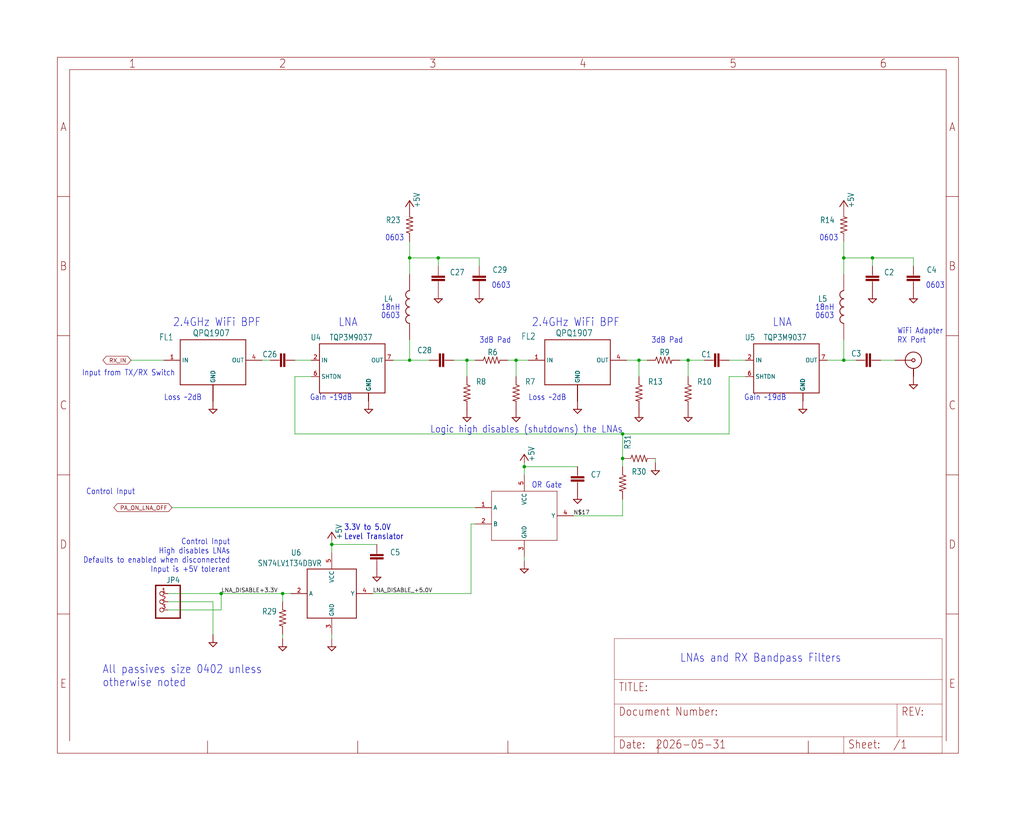
<source format=kicad_sch>
(kicad_sch (version 20231120) (generator "eeschema") (generator_version "8.0")
  (paper "User" 317.5 254.127)
  (lib_symbols
    (symbol "Bidirectional_Amp-eagle-import:+5V" (power)
      (symbol "+5V_1_0"
        (polyline (pts (xy 0 0) (xy -1.27 -1.905)) (stroke (width 0.254)))
        (polyline (pts (xy 1.27 -1.905) (xy 0 0)) (stroke (width 0.254)))
        (pin power_in line (at 0 -2.54 90) (length 2.54) (name "+5V") (number "1"))
      )
    )
    (symbol "Bidirectional_Amp-eagle-import:0603CS-68NXJLW"
      (property "Reference" "L" (at 16.51 6.35 0))
      (symbol "0603CS-68NXJLW_1_0"
        (arc (start 7.62 0) (mid 6.35 1.22) (end 5.08 0) (stroke (width 0.254)))
        (arc (start 10.16 0) (mid 8.89 1.22) (end 7.62 0) (stroke (width 0.254)))
        (arc (start 12.7 0) (mid 11.43 1.22) (end 10.16 0) (stroke (width 0.254)))
        (arc (start 15.24 0) (mid 13.97 1.22) (end 12.7 0) (stroke (width 0.254)))
        (pin bidirectional line (at 0 0 0) (length 5.08) (name "1") (number "1"))
        (pin bidirectional line (at 20.32 0 180) (length 5.08) (name "2") (number "2"))
      )
    )
    (symbol "Bidirectional_Amp-eagle-import:142-0701-851_ALT"
      (symbol "142-0701-851_ALT_1_0"
        (circle (center 0 0) (radius 0.508) (stroke (width 0.254)))
        (circle (center 0 0) (radius 2.54) (stroke (width 0.254)))
        (pin bidirectional line (at 0 -5.08 90) (length 2.54) (name "GND") (number "GND1"))
        (pin bidirectional line (at 0 -5.08 90) (length 2.54) (name "GND") (number "GND2"))
        (pin bidirectional line (at 0 -5.08 90) (length 2.54) (name "GND") (number "GND3"))
        (pin bidirectional line (at 0 -5.08 90) (length 2.54) (name "GND") (number "GND4"))
        (pin bidirectional line (at 5.715 0 180) (length 5.08) (name "CTR") (number "RF1"))
      )
    )
    (symbol "Bidirectional_Amp-eagle-import:C-EU0402-B-NOSILK"
      (property "Reference" "C" (at 1.524 0.381 0))
      (symbol "C-EU0402-B-NOSILK_1_0"
        (rectangle (start -2.032 -2.032) (end 2.032 -1.524) (fill (type outline)))
        (rectangle (start -2.032 -1.016) (end 2.032 -0.508) (fill (type outline)))
        (polyline (pts (xy 0 -2.54) (xy 0 -2.032)) (stroke (width 0.1524)))
        (polyline (pts (xy 0 0) (xy 0 -0.508)) (stroke (width 0.1524)))
        (pin passive line (at 0 2.54 270) (length 2.54) (name "1") (number "1"))
        (pin passive line (at 0 -5.08 90) (length 2.54) (name "2") (number "2"))
      )
    )
    (symbol "Bidirectional_Amp-eagle-import:C-EU0402-C-NOSILK"
      (property "Reference" "C" (at 1.524 0.381 0))
      (symbol "C-EU0402-C-NOSILK_1_0"
        (rectangle (start -2.032 -2.032) (end 2.032 -1.524) (fill (type outline)))
        (rectangle (start -2.032 -1.016) (end 2.032 -0.508) (fill (type outline)))
        (polyline (pts (xy 0 -2.54) (xy 0 -2.032)) (stroke (width 0.1524)))
        (polyline (pts (xy 0 0) (xy 0 -0.508)) (stroke (width 0.1524)))
        (pin passive line (at 0 2.54 270) (length 2.54) (name "1") (number "1"))
        (pin passive line (at 0 -5.08 90) (length 2.54) (name "2") (number "2"))
      )
    )
    (symbol "Bidirectional_Amp-eagle-import:C-EU0603-B-NOSILK"
      (property "Reference" "C" (at 1.524 0.381 0))
      (symbol "C-EU0603-B-NOSILK_1_0"
        (rectangle (start -2.032 -2.032) (end 2.032 -1.524) (fill (type outline)))
        (rectangle (start -2.032 -1.016) (end 2.032 -0.508) (fill (type outline)))
        (polyline (pts (xy 0 -2.54) (xy 0 -2.032)) (stroke (width 0.1524)))
        (polyline (pts (xy 0 0) (xy 0 -0.508)) (stroke (width 0.1524)))
        (pin passive line (at 0 2.54 270) (length 2.54) (name "1") (number "1"))
        (pin passive line (at 0 -5.08 90) (length 2.54) (name "2") (number "2"))
      )
    )
    (symbol "Bidirectional_Amp-eagle-import:FRAME_A_L"
      (symbol "FRAME_A_L_1_0"
        (polyline (pts (xy 0 43.18) (xy 3.81 43.18)))
        (polyline (pts (xy 0 86.36) (xy 3.81 86.36)))
        (polyline (pts (xy 0 129.54) (xy 3.81 129.54)))
        (polyline (pts (xy 0 172.72) (xy 3.81 172.72)))
        (polyline (pts (xy 3.81 3.81) (xy 3.81 212.09)))
        (polyline (pts (xy 46.5667 0) (xy 46.5667 3.81)))
        (polyline (pts (xy 93.1333 0) (xy 93.1333 3.81)))
        (polyline (pts (xy 139.7 0) (xy 139.7 3.81)))
        (polyline (pts (xy 186.2667 0) (xy 186.2667 3.81)))
        (polyline (pts (xy 232.8333 0) (xy 232.8333 3.81)))
        (polyline (pts (xy 275.59 3.81) (xy 275.59 212.09)))
        (polyline (pts (xy 275.59 43.18) (xy 279.4 43.18)))
        (polyline (pts (xy 275.59 86.36) (xy 279.4 86.36)))
        (polyline (pts (xy 275.59 129.54) (xy 279.4 129.54)))
        (polyline (pts (xy 275.59 172.72) (xy 279.4 172.72)))
        (polyline (pts (xy 275.59 212.09) (xy 3.81 212.09)))
        (polyline (pts (xy 0 0) (xy 279.4 0) (xy 279.4 215.9) (xy 0 215.9) (xy 0 0)))
        (text "1" (at 23.2833 213.995 0) (effects (font (size 2.54 2.286))))
        (text "2" (at 69.85 213.995 0) (effects (font (size 2.54 2.286))))
        (text "3" (at 116.4167 213.995 0) (effects (font (size 2.54 2.286))))
        (text "4" (at 162.9833 213.995 0) (effects (font (size 2.54 2.286))))
        (text "5" (at 209.55 213.995 0) (effects (font (size 2.54 2.286))))
        (text "6" (at 256.1167 213.995 0) (effects (font (size 2.54 2.286))))
        (text "A" (at 1.905 194.31 0) (effects (font (size 2.54 2.286))))
        (text "A" (at 277.495 194.31 0) (effects (font (size 2.54 2.286))))
        (text "B" (at 1.905 151.13 0) (effects (font (size 2.54 2.286))))
        (text "B" (at 277.495 151.13 0) (effects (font (size 2.54 2.286))))
        (text "C" (at 1.905 107.95 0) (effects (font (size 2.54 2.286))))
        (text "C" (at 277.495 107.95 0) (effects (font (size 2.54 2.286))))
        (text "D" (at 1.905 64.77 0) (effects (font (size 2.54 2.286))))
        (text "D" (at 277.495 64.77 0) (effects (font (size 2.54 2.286))))
        (text "E" (at 1.905 21.59 0) (effects (font (size 2.54 2.286))))
        (text "E" (at 277.495 21.59 0) (effects (font (size 2.54 2.286))))
      )
      (symbol "FRAME_A_L_2_0"
        (polyline (pts (xy 0 0) (xy 0 5.08)) (stroke (width 0.1016)))
        (polyline (pts (xy 0 0) (xy 71.12 0)) (stroke (width 0.1016)))
        (polyline (pts (xy 0 5.08) (xy 0 15.24)) (stroke (width 0.1016)))
        (polyline (pts (xy 0 5.08) (xy 71.12 5.08)) (stroke (width 0.1016)))
        (polyline (pts (xy 0 15.24) (xy 0 22.86)) (stroke (width 0.1016)))
        (polyline (pts (xy 0 22.86) (xy 0 35.56)) (stroke (width 0.1016)))
        (polyline (pts (xy 0 22.86) (xy 101.6 22.86)) (stroke (width 0.1016)))
        (polyline (pts (xy 71.12 0) (xy 101.6 0)) (stroke (width 0.1016)))
        (polyline (pts (xy 71.12 5.08) (xy 71.12 0)) (stroke (width 0.1016)))
        (polyline (pts (xy 71.12 5.08) (xy 87.63 5.08)) (stroke (width 0.1016)))
        (polyline (pts (xy 87.63 5.08) (xy 101.6 5.08)) (stroke (width 0.1016)))
        (polyline (pts (xy 87.63 15.24) (xy 0 15.24)) (stroke (width 0.1016)))
        (polyline (pts (xy 87.63 15.24) (xy 87.63 5.08)) (stroke (width 0.1016)))
        (polyline (pts (xy 101.6 5.08) (xy 101.6 0)) (stroke (width 0.1016)))
        (polyline (pts (xy 101.6 15.24) (xy 87.63 15.24)) (stroke (width 0.1016)))
        (polyline (pts (xy 101.6 15.24) (xy 101.6 5.08)) (stroke (width 0.1016)))
        (polyline (pts (xy 101.6 22.86) (xy 101.6 15.24)) (stroke (width 0.1016)))
        (polyline (pts (xy 101.6 35.56) (xy 0 35.56)) (stroke (width 0.1016)))
        (polyline (pts (xy 101.6 35.56) (xy 101.6 22.86)) (stroke (width 0.1016)))
        (text "${#}/${##}" (at 86.36 1.27 0) (effects (font (size 2.54 2.159)) (justify left bottom)))
        (text "${CURRENT_DATE}" (at 12.7 1.27 0) (effects (font (size 2.54 2.159)) (justify left bottom)))
        (text "${PROJECTNAME}" (at 17.78 19.05 0) (effects (font (size 2.54 2.159)) (justify left bottom)))
        (text "Date:" (at 1.27 1.27 0) (effects (font (size 2.54 2.159)) (justify left bottom)))
        (text "Document Number:" (at 1.27 11.43 0) (effects (font (size 2.54 2.159)) (justify left bottom)))
        (text "REV:" (at 88.9 11.43 0) (effects (font (size 2.54 2.159)) (justify left bottom)))
        (text "Sheet:" (at 72.39 1.27 0) (effects (font (size 2.54 2.159)) (justify left bottom)))
        (text "TITLE:" (at 1.27 19.05 0) (effects (font (size 2.54 2.159)) (justify left bottom)))
      )
    )
    (symbol "Bidirectional_Amp-eagle-import:GND" (power)
      (symbol "GND_1_0"
        (polyline (pts (xy -1.27 0) (xy 1.27 0)) (stroke (width 0.254)))
        (polyline (pts (xy 0 -1.27) (xy -1.27 0)) (stroke (width 0.254)))
        (polyline (pts (xy 1.27 0) (xy 0 -1.27)) (stroke (width 0.254)))
        (pin power_in line (at 0 2.54 270) (length 2.54) (name "GND") (number "1"))
      )
    )
    (symbol "Bidirectional_Amp-eagle-import:PINHD-1X3"
      (property "Reference" "JP" (at -6.35 5.715 0))
      (symbol "PINHD-1X3_1_0"
        (polyline (pts (xy -6.35 -5.08) (xy 1.27 -5.08)) (stroke (width 0.4064)))
        (polyline (pts (xy -6.35 5.08) (xy -6.35 -5.08)) (stroke (width 0.4064)))
        (polyline (pts (xy 1.27 -5.08) (xy 1.27 5.08)) (stroke (width 0.4064)))
        (polyline (pts (xy 1.27 5.08) (xy -6.35 5.08)) (stroke (width 0.4064)))
        (pin passive inverted (at -2.54 2.54 0) (length 2.54) (name "1") (number "1"))
        (pin passive inverted (at -2.54 0 0) (length 2.54) (name "2") (number "2"))
        (pin passive inverted (at -2.54 -2.54 0) (length 2.54) (name "3") (number "3"))
      )
    )
    (symbol "Bidirectional_Amp-eagle-import:QPQ1907"
      (property "Reference" "FL" (at -20.32 7.62 0))
      (symbol "QPQ1907_1_0"
        (polyline (pts (xy -10.16 -7.62) (xy -10.16 6.35)) (stroke (width 0.254)))
        (polyline (pts (xy -10.16 6.35) (xy 10.16 6.35)) (stroke (width 0.254)))
        (polyline (pts (xy 10.16 -7.62) (xy -10.16 -7.62)) (stroke (width 0.254)))
        (polyline (pts (xy 10.16 6.35) (xy 10.16 -7.62)) (stroke (width 0.254)))
        (pin passive line (at -15.24 0 0) (length 5.08) (name "IN") (number "1"))
        (pin power_in line (at 0 -12.7 90) (length 5.08) (name "GND") (number "2"))
        (pin power_in line (at 0 -12.7 90) (length 5.08) (name "GND") (number "3"))
        (pin passive line (at 15.24 0 180) (length 5.08) (name "OUT") (number "4"))
        (pin power_in line (at 0 -12.7 90) (length 5.08) (name "GND") (number "5"))
      )
    )
    (symbol "Bidirectional_Amp-eagle-import:R-US_0402-B-NOSILK"
      (property "Reference" "R" (at -3.81 1.4986 0))
      (symbol "R-US_0402-B-NOSILK_1_0"
        (polyline (pts (xy -2.54 0) (xy -2.159 1.016)) (stroke (width 0.2032)))
        (polyline (pts (xy -2.159 1.016) (xy -1.524 -1.016)) (stroke (width 0.2032)))
        (polyline (pts (xy -1.524 -1.016) (xy -0.889 1.016)) (stroke (width 0.2032)))
        (polyline (pts (xy -0.889 1.016) (xy -0.254 -1.016)) (stroke (width 0.2032)))
        (polyline (pts (xy -0.254 -1.016) (xy 0.381 1.016)) (stroke (width 0.2032)))
        (polyline (pts (xy 0.381 1.016) (xy 1.016 -1.016)) (stroke (width 0.2032)))
        (polyline (pts (xy 1.016 -1.016) (xy 1.651 1.016)) (stroke (width 0.2032)))
        (polyline (pts (xy 1.651 1.016) (xy 2.286 -1.016)) (stroke (width 0.2032)))
        (polyline (pts (xy 2.286 -1.016) (xy 2.54 0)) (stroke (width 0.2032)))
        (pin passive line (at -5.08 0 0) (length 2.54) (name "1") (number "1"))
        (pin passive line (at 5.08 0 180) (length 2.54) (name "2") (number "2"))
      )
    )
    (symbol "Bidirectional_Amp-eagle-import:R-US_0402-C-NOSILK"
      (property "Reference" "R" (at -3.81 1.4986 0))
      (symbol "R-US_0402-C-NOSILK_1_0"
        (polyline (pts (xy -2.54 0) (xy -2.159 1.016)) (stroke (width 0.2032)))
        (polyline (pts (xy -2.159 1.016) (xy -1.524 -1.016)) (stroke (width 0.2032)))
        (polyline (pts (xy -1.524 -1.016) (xy -0.889 1.016)) (stroke (width 0.2032)))
        (polyline (pts (xy -0.889 1.016) (xy -0.254 -1.016)) (stroke (width 0.2032)))
        (polyline (pts (xy -0.254 -1.016) (xy 0.381 1.016)) (stroke (width 0.2032)))
        (polyline (pts (xy 0.381 1.016) (xy 1.016 -1.016)) (stroke (width 0.2032)))
        (polyline (pts (xy 1.016 -1.016) (xy 1.651 1.016)) (stroke (width 0.2032)))
        (polyline (pts (xy 1.651 1.016) (xy 2.286 -1.016)) (stroke (width 0.2032)))
        (polyline (pts (xy 2.286 -1.016) (xy 2.54 0)) (stroke (width 0.2032)))
        (pin passive line (at -5.08 0 0) (length 2.54) (name "1") (number "1"))
        (pin passive line (at 5.08 0 180) (length 2.54) (name "2") (number "2"))
      )
    )
    (symbol "Bidirectional_Amp-eagle-import:R-US_0603-B-NOSILK"
      (property "Reference" "R" (at -3.81 1.4986 0))
      (symbol "R-US_0603-B-NOSILK_1_0"
        (polyline (pts (xy -2.54 0) (xy -2.159 1.016)) (stroke (width 0.2032)))
        (polyline (pts (xy -2.159 1.016) (xy -1.524 -1.016)) (stroke (width 0.2032)))
        (polyline (pts (xy -1.524 -1.016) (xy -0.889 1.016)) (stroke (width 0.2032)))
        (polyline (pts (xy -0.889 1.016) (xy -0.254 -1.016)) (stroke (width 0.2032)))
        (polyline (pts (xy -0.254 -1.016) (xy 0.381 1.016)) (stroke (width 0.2032)))
        (polyline (pts (xy 0.381 1.016) (xy 1.016 -1.016)) (stroke (width 0.2032)))
        (polyline (pts (xy 1.016 -1.016) (xy 1.651 1.016)) (stroke (width 0.2032)))
        (polyline (pts (xy 1.651 1.016) (xy 2.286 -1.016)) (stroke (width 0.2032)))
        (polyline (pts (xy 2.286 -1.016) (xy 2.54 0)) (stroke (width 0.2032)))
        (pin passive line (at -5.08 0 0) (length 2.54) (name "1") (number "1"))
        (pin passive line (at 5.08 0 180) (length 2.54) (name "2") (number "2"))
      )
    )
    (symbol "Bidirectional_Amp-eagle-import:SN74LV1T34DBVR"
      (property "Reference" "U" (at 8.89 10.16 0))
      (symbol "SN74LV1T34DBVR_1_0"
        (polyline (pts (xy -7.62 7.62) (xy -7.62 -7.62)) (stroke (width 0.254)))
        (polyline (pts (xy -7.62 7.62) (xy 7.62 7.62)) (stroke (width 0.254)))
        (polyline (pts (xy 7.62 -7.62) (xy -7.62 -7.62)) (stroke (width 0.254)))
        (polyline (pts (xy 7.62 -7.62) (xy 7.62 7.62)) (stroke (width 0.254)))
        (pin bidirectional line (at -12.7 0 0) (length 5.08) (name "A") (number "2"))
        (pin bidirectional line (at 0 -12.7 90) (length 5.08) (name "GND") (number "3"))
        (pin bidirectional line (at 12.7 0 180) (length 5.08) (name "Y") (number "4"))
        (pin bidirectional line (at 0 12.7 270) (length 5.08) (name "VCC") (number "5"))
      )
    )
    (symbol "Bidirectional_Amp-eagle-import:SN74LVC1G32DBVR"
      (symbol "SN74LVC1G32DBVR_1_0"
        (polyline (pts (xy 15.24 -10.16) (xy 35.56 -10.16)) (stroke (width 0.1524)))
        (polyline (pts (xy 15.24 5.08) (xy 15.24 -10.16)) (stroke (width 0.1524)))
        (polyline (pts (xy 35.56 -10.16) (xy 35.56 5.08)) (stroke (width 0.1524)))
        (polyline (pts (xy 35.56 5.08) (xy 15.24 5.08)) (stroke (width 0.1524)))
        (pin input line (at 10.16 0 0) (length 5.08) (name "A") (number "1"))
        (pin input line (at 10.16 -5.08 0) (length 5.08) (name "B") (number "2"))
        (pin power_in line (at 25.4 -15.24 90) (length 5.08) (name "GND") (number "3"))
        (pin output line (at 40.64 -2.54 180) (length 5.08) (name "Y") (number "4"))
        (pin power_in line (at 25.4 10.16 270) (length 5.08) (name "VCC") (number "5"))
      )
    )
    (symbol "Bidirectional_Amp-eagle-import:TQP3M903X"
      (property "Reference" "U" (at 10.16 -10.16 0))
      (symbol "TQP3M903X_1_0"
        (polyline (pts (xy -10.16 -7.62) (xy 10.16 -7.62)) (stroke (width 0.254)))
        (polyline (pts (xy -10.16 7.62) (xy -10.16 -7.62)) (stroke (width 0.254)))
        (polyline (pts (xy 10.16 -7.62) (xy 10.16 7.62)) (stroke (width 0.254)))
        (polyline (pts (xy 10.16 7.62) (xy -10.16 7.62)) (stroke (width 0.254)))
        (pin power_in line (at 5.08 -10.16 90) (length 2.54) (name "GND") (number "1"))
        (pin input line (at -12.7 2.54 0) (length 2.54) (name "IN") (number "2"))
        (pin power_in line (at 5.08 -10.16 90) (length 2.54) (name "GND") (number "3"))
        (pin power_in line (at 5.08 -10.16 90) (length 2.54) (name "GND") (number "4"))
        (pin power_in line (at 5.08 -10.16 90) (length 2.54) (name "GND") (number "5"))
        (pin input line (at -12.7 -2.54 0) (length 2.54) (name "SHTDN") (number "6"))
        (pin output line (at 12.7 2.54 180) (length 2.54) (name "OUT") (number "7"))
        (pin power_in line (at 5.08 -10.16 90) (length 2.54) (name "GND") (number "8"))
        (pin power_in line (at 5.08 -10.16 90) (length 2.54) (name "GND") (number "PAD"))
      )
    )
  )
  (junction (at 261.62 80.01))
  (junction (at 160.02 111.76))
  (junction (at 102.87 168.91))
  (junction (at 213.36 111.76))
  (junction (at 261.62 111.76))
  (junction (at 198.12 111.76))
  (junction (at 144.78 111.76))
  (junction (at 270.51 80.01))
  (junction (at 162.56 144.78))
  (junction (at 127 111.76))
  (junction (at 127 80.01))
  (junction (at 68.58 184.15))
  (junction (at 193.04 134.62))
  (junction (at 193.04 142.24))
  (junction (at 87.63 184.15))
  (junction (at 135.89 80.01))
  (wire (pts (xy 193.04 160.02) (xy 193.04 154.94)) (stroke (width 0.1524)))
  (wire (pts (xy 102.87 198.12) (xy 102.87 196.85)) (stroke (width 0.1524)))
  (wire (pts (xy 270.51 82.55) (xy 270.51 80.01)) (stroke (width 0.1524)))
  (wire (pts (xy 231.14 116.84) (xy 226.06 116.84)) (stroke (width 0.1524)))
  (wire (pts (xy 210.82 111.76) (xy 213.36 111.76)) (stroke (width 0.1524)))
  (wire (pts (xy 198.12 116.84) (xy 198.12 111.76)) (stroke (width 0.1524)))
  (wire (pts (xy 160.02 116.84) (xy 160.02 111.76)) (stroke (width 0.1524)))
  (wire (pts (xy 121.92 111.76) (xy 127 111.76)) (stroke (width 0.1524)))
  (wire (pts (xy 144.78 111.76) (xy 147.32 111.76)) (stroke (width 0.1524)))
  (wire (pts (xy 87.63 184.15) (xy 87.63 186.69)) (stroke (width 0.1524)))
  (wire (pts (xy 226.06 111.76) (xy 231.14 111.76)) (stroke (width 0.1524)))
  (wire (pts (xy 135.89 82.55) (xy 135.89 80.01)) (stroke (width 0.1524)))
  (wire (pts (xy 135.89 80.01) (xy 127 80.01)) (stroke (width 0.1524)))
  (wire (pts (xy 66.04 186.69) (xy 66.04 196.85)) (stroke (width 0.1524)))
  (wire (pts (xy 148.59 80.01) (xy 135.89 80.01)) (stroke (width 0.1524)))
  (wire (pts (xy 270.51 80.01) (xy 261.62 80.01)) (stroke (width 0.1524)))
  (wire (pts (xy 256.54 111.76) (xy 261.62 111.76)) (stroke (width 0.1524)))
  (wire (pts (xy 283.21 80.01) (xy 270.51 80.01)) (stroke (width 0.1524)))
  (wire (pts (xy 91.44 134.62) (xy 193.04 134.62)) (stroke (width 0.1524)))
  (wire (pts (xy 148.59 82.55) (xy 148.59 80.01)) (stroke (width 0.1524)))
  (wire (pts (xy 50.8 111.76) (xy 40.64 111.76)) (stroke (width 0.1524)))
  (wire (pts (xy 162.56 143.51) (xy 162.56 144.78)) (stroke (width 0.1524)))
  (wire (pts (xy 273.05 111.76) (xy 277.495 111.76)) (stroke (width 0.1524)))
  (wire (pts (xy 261.62 105.41) (xy 261.62 111.76)) (stroke (width 0.1524)))
  (wire (pts (xy 162.56 144.78) (xy 179.07 144.78)) (stroke (width 0.1524)))
  (wire (pts (xy 162.56 147.32) (xy 162.56 144.78)) (stroke (width 0.1524)))
  (wire (pts (xy 53.34 157.48) (xy 147.32 157.48)) (stroke (width 0.1524)))
  (wire (pts (xy 52.07 184.15) (xy 68.58 184.15)) (stroke (width 0.1524)))
  (wire (pts (xy 144.78 116.84) (xy 144.78 111.76)) (stroke (width 0.1524)))
  (wire (pts (xy 127 111.76) (xy 133.096 111.76)) (stroke (width 0.1524)))
  (wire (pts (xy 91.44 116.84) (xy 91.44 134.62)) (stroke (width 0.1524)))
  (wire (pts (xy 194.31 111.76) (xy 198.12 111.76)) (stroke (width 0.1524)))
  (wire (pts (xy 90.17 184.15) (xy 87.63 184.15)) (stroke (width 0.1524)))
  (wire (pts (xy 261.62 111.76) (xy 265.43 111.76)) (stroke (width 0.1524)))
  (wire (pts (xy 261.62 74.93) (xy 261.62 80.01)) (stroke (width 0.1524)))
  (wire (pts (xy 193.04 134.62) (xy 226.06 134.62)) (stroke (width 0.1524)))
  (wire (pts (xy 213.36 116.84) (xy 213.36 111.76)) (stroke (width 0.1524)))
  (wire (pts (xy 261.62 80.01) (xy 261.62 85.09)) (stroke (width 0.1524)))
  (wire (pts (xy 52.07 186.69) (xy 66.04 186.69)) (stroke (width 0.1524)))
  (wire (pts (xy 102.87 171.45) (xy 102.87 168.91)) (stroke (width 0.1524)))
  (wire (pts (xy 127 74.93) (xy 127 80.01)) (stroke (width 0.1524)))
  (wire (pts (xy 193.04 144.78) (xy 193.04 142.24)) (stroke (width 0.1524)))
  (wire (pts (xy 162.56 172.72) (xy 162.56 173.99)) (stroke (width 0.1524)))
  (wire (pts (xy 127 105.41) (xy 127 111.76)) (stroke (width 0.1524)))
  (wire (pts (xy 87.63 198.12) (xy 87.63 196.85)) (stroke (width 0.1524)))
  (wire (pts (xy 226.06 134.62) (xy 226.06 116.84)) (stroke (width 0.1524)))
  (wire (pts (xy 146.05 184.15) (xy 146.05 162.56)) (stroke (width 0.1524)))
  (wire (pts (xy 203.2 143.51) (xy 203.2 142.24)) (stroke (width 0.1524)))
  (wire (pts (xy 96.52 116.84) (xy 91.44 116.84)) (stroke (width 0.1524)))
  (wire (pts (xy 177.8 160.02) (xy 193.04 160.02)) (stroke (width 0.1524)))
  (wire (pts (xy 68.58 189.23) (xy 68.58 184.15)) (stroke (width 0.1524)))
  (wire (pts (xy 146.05 162.56) (xy 147.32 162.56)) (stroke (width 0.1524)))
  (wire (pts (xy 193.04 142.24) (xy 193.04 134.62)) (stroke (width 0.1524)))
  (wire (pts (xy 213.36 111.76) (xy 218.44 111.76)) (stroke (width 0.1524)))
  (wire (pts (xy 160.02 111.76) (xy 163.83 111.76)) (stroke (width 0.1524)))
  (wire (pts (xy 102.87 168.91) (xy 116.84 168.91)) (stroke (width 0.1524)))
  (wire (pts (xy 115.57 184.15) (xy 146.05 184.15)) (stroke (width 0.1524)))
  (wire (pts (xy 91.44 111.76) (xy 96.52 111.76)) (stroke (width 0.1524)))
  (wire (pts (xy 52.07 189.23) (xy 68.58 189.23)) (stroke (width 0.1524)))
  (wire (pts (xy 157.48 111.76) (xy 160.02 111.76)) (stroke (width 0.1524)))
  (wire (pts (xy 83.82 111.76) (xy 81.28 111.76)) (stroke (width 0.1524)))
  (wire (pts (xy 68.58 184.15) (xy 87.63 184.15)) (stroke (width 0.1524)))
  (wire (pts (xy 283.21 82.55) (xy 283.21 80.01)) (stroke (width 0.1524)))
  (wire (pts (xy 198.12 111.76) (xy 200.66 111.76)) (stroke (width 0.1524)))
  (wire (pts (xy 140.716 111.76) (xy 144.78 111.76)) (stroke (width 0.1524)))
  (wire (pts (xy 127 80.01) (xy 127 85.09)) (stroke (width 0.1524)))
  (wire (pts (xy 102.87 167.64) (xy 102.87 168.91)) (stroke (width 0.1524)))
  (text "3dB Pad" (at 201.93 106.68 0) (effects (font (size 1.778 1.5113)) (justify left bottom)))
  (text "18nH" (at 118.11 96.52 0) (effects (font (size 1.778 1.5113)) (justify left bottom)))
  (text "LNA" (at 104.902 101.6 0) (effects (font (size 2.54 2.159)) (justify left bottom)))
  (text "3.3V to 5.0V\nLevel Translator" (at 106.68 167.64 0) (effects (font (size 1.778 1.5113)) (justify left bottom)))
  (text "0603" (at 254 74.93 0) (effects (font (size 1.778 1.5113)) (justify left bottom)))
  (text "Gain ~19dB" (at 109.22 124.46 0) (effects (font (size 1.778 1.5113)) (justify right bottom)))
  (text "LNA" (at 239.522 101.6 0) (effects (font (size 2.54 2.159)) (justify left bottom)))
  (text "Loss ~2dB" (at 163.83 124.46 0) (effects (font (size 1.778 1.5113)) (justify left bottom)))
  (text "LNAs and RX Bandpass Filters" (at 210.82 205.74 0) (effects (font (size 2.54 2.159)) (justify left bottom)))
  (text "0603" (at 287.02 89.662 0) (effects (font (size 1.778 1.5113)) (justify left bottom)))
  (text "0603" (at 152.4 89.662 0) (effects (font (size 1.778 1.5113)) (justify left bottom)))
  (text "Control Input" (at 26.67 153.67 0) (effects (font (size 1.778 1.5113)) (justify left bottom)))
  (text "2.4GHz WiFi BPF" (at 53.594 101.6 0) (effects (font (size 2.54 2.159)) (justify left bottom)))
  (text "0603" (at 252.73 99.06 0) (effects (font (size 1.778 1.5113)) (justify left bottom)))
  (text "OR Gate" (at 164.846 151.638 0) (effects (font (size 1.778 1.5113)) (justify left bottom)))
  (text "Logic high disables (shutdowns) the LNAs" (at 133.35 134.62 0) (effects (font (size 2.1844 1.8567)) (justify left bottom)))
  (text "18nH" (at 252.73 96.52 0) (effects (font (size 1.778 1.5113)) (justify left bottom)))
  (text "3.3V to 5.0V\nLevel Translator" (at 106.68 167.64 0) (effects (font (size 1.778 1.5113)) (justify left bottom)))
  (text "All passives size 0402 unless\notherwise noted" (at 31.75 213.36 0) (effects (font (size 2.54 2.159)) (justify left bottom)))
  (text "Input from TX/RX Switch" (at 25.4 116.84 0) (effects (font (size 1.778 1.5113)) (justify left bottom)))
  (text "Loss ~2dB" (at 50.8 124.46 0) (effects (font (size 1.778 1.5113)) (justify left bottom)))
  (text "Gain ~19dB" (at 243.84 124.46 0) (effects (font (size 1.778 1.5113)) (justify right bottom)))
  (text "0603" (at 119.38 74.93 0) (effects (font (size 1.778 1.5113)) (justify left bottom)))
  (text "Control Input\nHigh disables LNAs\nDefaults to enabled when disconnected\nInput is +5V tolerant" (at 71.374 177.8 0) (effects (font (size 1.778 1.5113)) (justify right bottom)))
  (text "WiFi Adapter\nRX Port" (at 278.13 106.68 0) (effects (font (size 1.778 1.5113)) (justify left bottom)))
  (text "2.4GHz WiFi BPF" (at 164.846 101.6 0) (effects (font (size 2.54 2.159)) (justify left bottom)))
  (text "0603" (at 118.11 99.06 0) (effects (font (size 1.778 1.5113)) (justify left bottom)))
  (text "3dB Pad" (at 148.59 106.68 0) (effects (font (size 1.778 1.5113)) (justify left bottom)))
  (label "N$17" (at 177.8 160.02 0) (effects (font (size 1.2446 1.2446))))
  (label "LNA_DISABLE+3.3V" (at 68.58 184.15 0) (effects (font (size 1.2446 1.2446))))
  (label "LNA_DISABLE_+5.0V" (at 115.57 184.15 0) (effects (font (size 1.2446 1.2446))))
  (global_label "PA_ON_LNA_OFF" (shape bidirectional) (at 53.34 157.48 180) (effects (font (size 1.2446 1.2446))) (property "Intersheetrefs" "${INTERSHEET_REFS}" (effects (hide yes))))
  (global_label "RX_IN" (shape bidirectional) (at 40.64 111.76 180) (effects (font (size 1.2446 1.2446))) (property "Intersheetrefs" "${INTERSHEET_REFS}" (effects (hide yes))))
  (symbol (lib_id "Bidirectional_Amp-eagle-import:R-US_0402-B-NOSILK") (at 198.12 142.24 0) (unit 1)
    (property "Reference" "R31" (at 195.58 139.4714 90) (effects (font (size 1.778 1.5113)) (justify left bottom)))
    (property "Value" "R-US_0402-B-NOSILK" (effects (hide yes)))
    (property "Footprint" "Bidirectional_Amp:.0402-B-NOSILK" (effects (hide yes)))
    (property "MFR" "Panasonic" (effects (hide yes)))
    (property "MPN" "ERJ-2RKF2940X" (effects (hide yes)))
  )
  (symbol (lib_id "Bidirectional_Amp-eagle-import:TQP3M903X") (at 243.84 114.3 0) (unit 1)
    (property "Reference" "U5" (at 230.886 105.664 0) (effects (font (size 1.778 1.5113)) (justify left bottom)))
    (property "Value" "TQP3M9037" (at 236.728 105.664 0) (effects (font (size 1.778 1.5113)) (justify left bottom)))
    (property "Footprint" "Bidirectional_Amp:DFN8-2X2-WITH-PAD" (effects (hide yes)))
    (property "MFR" "Qorvo" (effects (hide yes)))
    (property "MPN" "TQP3M9037 " (effects (hide yes)))
  )
  (symbol (lib_id "Bidirectional_Amp-eagle-import:FRAME_A_L") (at 190.5 233.68 0) (unit 2)
    (property "Reference" "#FRAME4" (effects (hide yes)))
    (property "Value" "FRAME_A_L" (effects (hide yes)))
  )
  (symbol (lib_id "Bidirectional_Amp-eagle-import:SN74LVC1G32DBVR") (at 137.16 157.48 0) (unit 1)
    (property "Reference" "U12" (effects (hide yes)))
    (property "Value" "SN74LVC1G32DBVR" (effects (hide yes)))
    (property "Footprint" "Bidirectional_Amp:DBV5" (effects (hide yes)))
  )
  (symbol (lib_id "Bidirectional_Amp-eagle-import:GND") (at 179.07 127 0) (unit 1)
    (property "Reference" "#SUPPLY49" (effects (hide yes)))
    (property "Value" "GND" (effects (hide yes)))
  )
  (symbol (lib_id "Bidirectional_Amp-eagle-import:R-US_0402-C-NOSILK") (at 144.78 121.92 270) (unit 1)
    (property "Reference" "R8" (at 147.5486 119.38 90) (effects (font (size 1.778 1.5113)) (justify left bottom)))
    (property "Value" "R-US_0402-C-NOSILK" (effects (hide yes)))
    (property "Footprint" "Bidirectional_Amp:.0402-C-NOSILK" (effects (hide yes)))
    (property "MFR" "Panasonic" (effects (hide yes)))
    (property "MPN" "ERJ-2RKF2940X" (effects (hide yes)))
  )
  (symbol (lib_id "Bidirectional_Amp-eagle-import:+5V") (at 102.87 165.1 0) (unit 1)
    (property "Reference" "#P+8" (effects (hide yes)))
    (property "Value" "+5V" (at 104.14 162.56 90) (effects (font (size 1.778 1.5113)) (justify right top)))
  )
  (symbol (lib_id "Bidirectional_Amp-eagle-import:R-US_0603-B-NOSILK") (at 127 69.85 90) (unit 1)
    (property "Reference" "R23" (at 124.2314 67.31 90) (effects (font (size 1.778 1.5113)) (justify left bottom)))
    (property "Value" "R-US_0603-B-NOSILK" (effects (hide yes)))
    (property "Footprint" "Bidirectional_Amp:.0603-B-NOSILK" (effects (hide yes)))
    (property "MFR" "Panasonic" (effects (hide yes)))
    (property "MPN" "ERJ-3GEY0R00V" (effects (hide yes)))
  )
  (symbol (lib_id "Bidirectional_Amp-eagle-import:QPQ1907") (at 66.04 111.76 0) (unit 1)
    (property "Reference" "FL1" (at 49.276 105.664 0) (effects (font (size 1.9304 1.6408)) (justify left bottom)))
    (property "Value" "QPQ1907" (at 59.69 104.394 0) (effects (font (size 1.9304 1.6408)) (justify left bottom)))
    (property "Footprint" "Bidirectional_Amp:FIL_B39162B9417K610" (effects (hide yes)))
    (property "MPN" "QPQ1907" (effects (hide yes)))
  )
  (symbol (lib_id "Bidirectional_Amp-eagle-import:GND") (at 160.02 129.54 0) (unit 1)
    (property "Reference" "#SUPPLY2" (effects (hide yes)))
    (property "Value" "GND" (effects (hide yes)))
  )
  (symbol (lib_id "Bidirectional_Amp-eagle-import:R-US_0603-B-NOSILK") (at 261.62 69.85 90) (unit 1)
    (property "Reference" "R14" (at 258.8514 67.31 90) (effects (font (size 1.778 1.5113)) (justify left bottom)))
    (property "Value" "R-US_0603-B-NOSILK" (effects (hide yes)))
    (property "Footprint" "Bidirectional_Amp:.0603-B-NOSILK" (effects (hide yes)))
    (property "MFR" "Panasonic" (effects (hide yes)))
    (property "MPN" "ERJ-3GEY0R00V" (effects (hide yes)))
  )
  (symbol (lib_id "Bidirectional_Amp-eagle-import:GND") (at 148.59 92.71 0) (unit 1)
    (property "Reference" "#SUPPLY37" (effects (hide yes)))
    (property "Value" "GND" (effects (hide yes)))
  )
  (symbol (lib_id "Bidirectional_Amp-eagle-import:+5V") (at 127 62.23 0) (unit 1)
    (property "Reference" "#P+9" (effects (hide yes)))
    (property "Value" "+5V" (at 128.27 59.69 90) (effects (font (size 1.778 1.5113)) (justify right top)))
  )
  (symbol (lib_id "Bidirectional_Amp-eagle-import:PINHD-1X3") (at 49.53 186.69 0) (mirror y) (unit 1)
    (property "Reference" "JP4" (at 55.88 180.975 0) (effects (font (size 1.778 1.5113)) (justify left bottom)))
    (property "Value" "PINHD-1X3" (effects (hide yes)))
    (property "Footprint" "Bidirectional_Amp:1X03" (effects (hide yes)))
    (property "MFR" "Molex" (effects (hide yes)))
    (property "MPN" "22-23-2031" (effects (hide yes)))
  )
  (symbol (lib_id "Bidirectional_Amp-eagle-import:C-EU0402-C-NOSILK") (at 220.98 111.76 90) (unit 1)
    (property "Reference" "C1" (at 220.599 108.966 90) (effects (font (size 1.778 1.5113)) (justify left bottom)))
    (property "Value" "C-EU0402-C-NOSILK" (effects (hide yes)))
    (property "Footprint" "Bidirectional_Amp:.0402-C-NOSILK" (effects (hide yes)))
    (property "MFR" "Murata" (effects (hide yes)))
    (property "MPN" "GJM1555C1H150JB01D " (effects (hide yes)))
  )
  (symbol (lib_id "Bidirectional_Amp-eagle-import:GND") (at 179.07 154.94 0) (unit 1)
    (property "Reference" "#SUPPLY52" (effects (hide yes)))
    (property "Value" "GND" (effects (hide yes)))
  )
  (symbol (lib_id "Bidirectional_Amp-eagle-import:GND") (at 198.12 129.54 0) (unit 1)
    (property "Reference" "#SUPPLY8" (effects (hide yes)))
    (property "Value" "GND" (effects (hide yes)))
  )
  (symbol (lib_id "Bidirectional_Amp-eagle-import:GND") (at 66.04 127 0) (unit 1)
    (property "Reference" "#SUPPLY43" (effects (hide yes)))
    (property "Value" "GND" (effects (hide yes)))
  )
  (symbol (lib_id "Bidirectional_Amp-eagle-import:FRAME_A_L") (at 17.78 233.68 0) (unit 1)
    (property "Reference" "#FRAME4" (effects (hide yes)))
    (property "Value" "FRAME_A_L" (effects (hide yes)))
  )
  (symbol (lib_id "Bidirectional_Amp-eagle-import:C-EU0402-B-NOSILK") (at 179.07 147.32 0) (unit 1)
    (property "Reference" "C7" (at 183.134 148.209 0) (effects (font (size 1.778 1.5113)) (justify left bottom)))
    (property "Value" "C-EU0402-B-NOSILK" (effects (hide yes)))
    (property "Footprint" "Bidirectional_Amp:.0402-B-NOSILK" (effects (hide yes)))
    (property "MFR" "TDK" (effects (hide yes)))
    (property "MPN" "CGA2B1X7R1C104K050BC" (effects (hide yes)))
  )
  (symbol (lib_id "Bidirectional_Amp-eagle-import:C-EU0402-B-NOSILK") (at 135.89 87.63 180) (unit 1)
    (property "Reference" "C27" (at 139.446 85.471 0) (effects (font (size 1.778 1.5113)) (justify right top)))
    (property "Value" "C-EU0402-B-NOSILK" (effects (hide yes)))
    (property "Footprint" "Bidirectional_Amp:.0402-B-NOSILK" (effects (hide yes)))
    (property "MFR" "Murata" (effects (hide yes)))
    (property "MPN" "GJM1555C1H150JB01D " (effects (hide yes)))
  )
  (symbol (lib_id "Bidirectional_Amp-eagle-import:GND") (at 270.51 92.71 0) (unit 1)
    (property "Reference" "#SUPPLY9" (effects (hide yes)))
    (property "Value" "GND" (effects (hide yes)))
  )
  (symbol (lib_id "Bidirectional_Amp-eagle-import:R-US_0402-C-NOSILK") (at 152.4 111.76 0) (unit 1)
    (property "Reference" "R6" (at 151.13 110.2614 0) (effects (font (size 1.778 1.5113)) (justify left bottom)))
    (property "Value" "R-US_0402-C-NOSILK" (effects (hide yes)))
    (property "Footprint" "Bidirectional_Amp:.0402-C-NOSILK" (effects (hide yes)))
    (property "MFR" "Panasonic" (effects (hide yes)))
    (property "MPN" "ERJ-2RKF17R8X" (effects (hide yes)))
  )
  (symbol (lib_id "Bidirectional_Amp-eagle-import:GND") (at 116.84 179.07 0) (unit 1)
    (property "Reference" "#SUPPLY21" (effects (hide yes)))
    (property "Value" "GND" (effects (hide yes)))
  )
  (symbol (lib_id "Bidirectional_Amp-eagle-import:142-0701-851_ALT") (at 283.21 111.76 0) (mirror y) (unit 1)
    (property "Reference" "J4" (effects (hide yes)))
    (property "Value" "142-0701-851_ALT" (effects (hide yes)))
    (property "Footprint" "Bidirectional_Amp:142-0701-851" (effects (hide yes)))
    (property "MFR" "Cinch" (effects (hide yes)))
    (property "MPN" "142-0701-851" (effects (hide yes)))
  )
  (symbol (lib_id "Bidirectional_Amp-eagle-import:GND") (at 203.2 146.05 0) (unit 1)
    (property "Reference" "#SUPPLY53" (effects (hide yes)))
    (property "Value" "GND" (effects (hide yes)))
  )
  (symbol (lib_id "Bidirectional_Amp-eagle-import:0603CS-68NXJLW") (at 127 105.41 90) (unit 1)
    (property "Reference" "L4" (at 121.92 92.71 90) (effects (font (size 1.778 1.5113)) (justify left)))
    (property "Value" "68nH" (effects (hide yes)))
    (property "Footprint" "Bidirectional_Amp:0603CS-68NXJLW" (effects (hide yes)))
    (property "MPN" "0603CS-18NXJLW" (effects (hide yes)))
  )
  (symbol (lib_id "Bidirectional_Amp-eagle-import:+5V") (at 162.56 140.97 0) (unit 1)
    (property "Reference" "#P+11" (effects (hide yes)))
    (property "Value" "+5V" (at 163.83 138.43 90) (effects (font (size 1.778 1.5113)) (justify right top)))
  )
  (symbol (lib_id "Bidirectional_Amp-eagle-import:C-EU0402-C-NOSILK") (at 135.636 111.76 90) (unit 1)
    (property "Reference" "C28" (at 133.985 107.696 90) (effects (font (size 1.778 1.5113)) (justify left bottom)))
    (property "Value" "C-EU0402-C-NOSILK" (effects (hide yes)))
    (property "Footprint" "Bidirectional_Amp:.0402-C-NOSILK" (effects (hide yes)))
    (property "MFR" "Murata" (effects (hide yes)))
    (property "MPN" "GJM1555C1H150JB01D " (effects (hide yes)))
  )
  (symbol (lib_id "Bidirectional_Amp-eagle-import:C-EU0402-C-NOSILK") (at 267.97 111.76 90) (unit 1)
    (property "Reference" "C3" (at 267.081 108.712 90) (effects (font (size 1.778 1.5113)) (justify left bottom)))
    (property "Value" "C-EU0402-C-NOSILK" (effects (hide yes)))
    (property "Footprint" "Bidirectional_Amp:.0402-C-NOSILK" (effects (hide yes)))
    (property "MFR" "Murata" (effects (hide yes)))
    (property "MPN" "GJM1555C1H150JB01D " (effects (hide yes)))
  )
  (symbol (lib_id "Bidirectional_Amp-eagle-import:GND") (at 213.36 129.54 0) (unit 1)
    (property "Reference" "#SUPPLY7" (effects (hide yes)))
    (property "Value" "GND" (effects (hide yes)))
  )
  (symbol (lib_id "Bidirectional_Amp-eagle-import:C-EU0603-B-NOSILK") (at 283.21 85.09 0) (unit 1)
    (property "Reference" "C4" (at 287.274 84.709 0) (effects (font (size 1.778 1.5113)) (justify left bottom)))
    (property "Value" "C-EU0603-B-NOSILK" (effects (hide yes)))
    (property "Footprint" "Bidirectional_Amp:.0603-B-NOSILK" (effects (hide yes)))
    (property "MFR" "KEMET" (effects (hide yes)))
    (property "MPN" "C0603X105M4RACAUTO " (effects (hide yes)))
  )
  (symbol (lib_id "Bidirectional_Amp-eagle-import:GND") (at 66.04 199.39 0) (unit 1)
    (property "Reference" "#SUPPLY50" (effects (hide yes)))
    (property "Value" "GND" (effects (hide yes)))
  )
  (symbol (lib_id "Bidirectional_Amp-eagle-import:GND") (at 114.3 127 0) (unit 1)
    (property "Reference" "#SUPPLY42" (effects (hide yes)))
    (property "Value" "GND" (effects (hide yes)))
  )
  (symbol (lib_id "Bidirectional_Amp-eagle-import:R-US_0402-C-NOSILK") (at 198.12 121.92 270) (unit 1)
    (property "Reference" "R13" (at 200.8886 119.38 90) (effects (font (size 1.778 1.5113)) (justify left bottom)))
    (property "Value" "R-US_0402-C-NOSILK" (effects (hide yes)))
    (property "Footprint" "Bidirectional_Amp:.0402-C-NOSILK" (effects (hide yes)))
    (property "MFR" "Panasonic" (effects (hide yes)))
    (property "MPN" "ERJ-2RKF2940X" (effects (hide yes)))
  )
  (symbol (lib_id "Bidirectional_Amp-eagle-import:GND") (at 87.63 200.66 0) (unit 1)
    (property "Reference" "#SUPPLY16" (effects (hide yes)))
    (property "Value" "GND" (effects (hide yes)))
  )
  (symbol (lib_id "Bidirectional_Amp-eagle-import:0603CS-68NXJLW") (at 261.62 105.41 90) (unit 1)
    (property "Reference" "L5" (at 256.54 92.71 90) (effects (font (size 1.778 1.5113)) (justify left)))
    (property "Value" "68nH" (effects (hide yes)))
    (property "Footprint" "Bidirectional_Amp:0603CS-68NXJLW" (effects (hide yes)))
    (property "MPN" "0603CS-18NXJLW" (effects (hide yes)))
  )
  (symbol (lib_id "Bidirectional_Amp-eagle-import:GND") (at 135.89 92.71 0) (unit 1)
    (property "Reference" "#SUPPLY36" (effects (hide yes)))
    (property "Value" "GND" (effects (hide yes)))
  )
  (symbol (lib_id "Bidirectional_Amp-eagle-import:R-US_0402-B-NOSILK") (at 87.63 191.77 90) (unit 1)
    (property "Reference" "R29" (at 85.8774 188.722 90) (effects (font (size 1.778 1.5113)) (justify left bottom)))
    (property "Value" "R-US_0402-B-NOSILK" (effects (hide yes)))
    (property "Footprint" "Bidirectional_Amp:.0402-B-NOSILK" (effects (hide yes)))
    (property "MFR" "Panasonic" (effects (hide yes)))
    (property "MPN" "ERJ-2GEJ103X" (effects (hide yes)))
  )
  (symbol (lib_id "Bidirectional_Amp-eagle-import:QPQ1907") (at 179.07 111.76 0) (unit 1)
    (property "Reference" "FL2" (at 161.544 105.41 0) (effects (font (size 1.9304 1.6408)) (justify left bottom)))
    (property "Value" "QPQ1907" (at 172.212 104.394 0) (effects (font (size 1.9304 1.6408)) (justify left bottom)))
    (property "Footprint" "Bidirectional_Amp:FIL_B39162B9417K610" (effects (hide yes)))
    (property "MPN" "QPQ1907" (effects (hide yes)))
  )
  (symbol (lib_id "Bidirectional_Amp-eagle-import:TQP3M903X") (at 109.22 114.3 0) (unit 1)
    (property "Reference" "U4" (at 96.266 105.664 0) (effects (font (size 1.778 1.5113)) (justify left bottom)))
    (property "Value" "TQP3M9037" (at 102.108 105.664 0) (effects (font (size 1.778 1.5113)) (justify left bottom)))
    (property "Footprint" "Bidirectional_Amp:DFN8-2X2-WITH-PAD" (effects (hide yes)))
    (property "MFR" "Qorvo" (effects (hide yes)))
    (property "MPN" "TQP3M9037 " (effects (hide yes)))
  )
  (symbol (lib_id "Bidirectional_Amp-eagle-import:GND") (at 162.56 176.53 0) (unit 1)
    (property "Reference" "#SUPPLY51" (effects (hide yes)))
    (property "Value" "GND" (effects (hide yes)))
  )
  (symbol (lib_id "Bidirectional_Amp-eagle-import:GND") (at 248.92 127 0) (unit 1)
    (property "Reference" "#SUPPLY11" (effects (hide yes)))
    (property "Value" "GND" (effects (hide yes)))
  )
  (symbol (lib_id "Bidirectional_Amp-eagle-import:GND") (at 102.87 200.66 0) (unit 1)
    (property "Reference" "#SUPPLY33" (effects (hide yes)))
    (property "Value" "GND" (effects (hide yes)))
  )
  (symbol (lib_id "Bidirectional_Amp-eagle-import:GND") (at 144.78 129.54 0) (unit 1)
    (property "Reference" "#SUPPLY6" (effects (hide yes)))
    (property "Value" "GND" (effects (hide yes)))
  )
  (symbol (lib_id "Bidirectional_Amp-eagle-import:C-EU0402-C-NOSILK") (at 86.36 111.76 90) (unit 1)
    (property "Reference" "C26" (at 85.979 108.966 90) (effects (font (size 1.778 1.5113)) (justify left bottom)))
    (property "Value" "C-EU0402-C-NOSILK" (effects (hide yes)))
    (property "Footprint" "Bidirectional_Amp:.0402-C-NOSILK" (effects (hide yes)))
    (property "MFR" "Murata" (effects (hide yes)))
    (property "MPN" "GJM1555C1H150JB01D " (effects (hide yes)))
  )
  (symbol (lib_id "Bidirectional_Amp-eagle-import:R-US_0402-C-NOSILK") (at 205.74 111.76 0) (unit 1)
    (property "Reference" "R9" (at 204.47 110.2614 0) (effects (font (size 1.778 1.5113)) (justify left bottom)))
    (property "Value" "R-US_0402-C-NOSILK" (effects (hide yes)))
    (property "Footprint" "Bidirectional_Amp:.0402-C-NOSILK" (effects (hide yes)))
    (property "MFR" "Panasonic" (effects (hide yes)))
    (property "MPN" "ERJ-2RKF17R8X" (effects (hide yes)))
  )
  (symbol (lib_id "Bidirectional_Amp-eagle-import:C-EU0402-B-NOSILK") (at 116.84 171.45 0) (unit 1)
    (property "Reference" "C5" (at 120.904 172.339 0) (effects (font (size 1.778 1.5113)) (justify left bottom)))
    (property "Value" "C-EU0402-B-NOSILK" (effects (hide yes)))
    (property "Footprint" "Bidirectional_Amp:.0402-B-NOSILK" (effects (hide yes)))
    (property "MFR" "TDK Corporation" (effects (hide yes)))
    (property "MPN" "CGA2B1X7R1C104K050BC" (effects (hide yes)))
  )
  (symbol (lib_id "Bidirectional_Amp-eagle-import:SN74LV1T34DBVR") (at 102.87 184.15 0) (unit 1)
    (property "Reference" "U6" (at 90.17 171.45 0) (effects (font (size 1.778 1.5113)) (justify left)))
    (property "Value" "SN74LV1T34DBVR" (at 99.822 174.752 0) (effects (font (size 1.778 1.5113)) (justify right)))
    (property "Footprint" "Bidirectional_Amp:SOT95P280X145-5N" (effects (hide yes)))
  )
  (symbol (lib_id "Bidirectional_Amp-eagle-import:+5V") (at 261.62 62.23 0) (unit 1)
    (property "Reference" "#P+2" (effects (hide yes)))
    (property "Value" "+5V" (at 262.89 59.69 90) (effects (font (size 1.778 1.5113)) (justify right top)))
  )
  (symbol (lib_id "Bidirectional_Amp-eagle-import:GND") (at 283.21 92.71 0) (unit 1)
    (property "Reference" "#SUPPLY10" (effects (hide yes)))
    (property "Value" "GND" (effects (hide yes)))
  )
  (symbol (lib_id "Bidirectional_Amp-eagle-import:GND") (at 283.21 119.38 0) (unit 1)
    (property "Reference" "#SUPPLY12" (effects (hide yes)))
    (property "Value" "GND" (effects (hide yes)))
  )
  (symbol (lib_id "Bidirectional_Amp-eagle-import:R-US_0402-B-NOSILK") (at 193.04 149.86 270) (unit 1)
    (property "Reference" "R30" (at 195.8086 147.32 90) (effects (font (size 1.778 1.5113)) (justify left bottom)))
    (property "Value" "R-US_0402-B-NOSILK" (effects (hide yes)))
    (property "Footprint" "Bidirectional_Amp:.0402-B-NOSILK" (effects (hide yes)))
    (property "MFR" "Panasonic" (effects (hide yes)))
    (property "MPN" "ERJ-2RKF2940X" (effects (hide yes)))
  )
  (symbol (lib_id "Bidirectional_Amp-eagle-import:C-EU0603-B-NOSILK") (at 148.59 85.09 0) (unit 1)
    (property "Reference" "C29" (at 152.654 84.709 0) (effects (font (size 1.778 1.5113)) (justify left bottom)))
    (property "Value" "C-EU0603-B-NOSILK" (effects (hide yes)))
    (property "Footprint" "Bidirectional_Amp:.0603-B-NOSILK" (effects (hide yes)))
    (property "MFR" "KEMET" (effects (hide yes)))
    (property "MPN" "C0603X105M4RACAUTO " (effects (hide yes)))
  )
  (symbol (lib_id "Bidirectional_Amp-eagle-import:R-US_0402-C-NOSILK") (at 160.02 121.92 270) (unit 1)
    (property "Reference" "R7" (at 162.7886 119.38 90) (effects (font (size 1.778 1.5113)) (justify left bottom)))
    (property "Value" "R-US_0402-C-NOSILK" (effects (hide yes)))
    (property "Footprint" "Bidirectional_Amp:.0402-C-NOSILK" (effects (hide yes)))
    (property "MFR" "Panasonic" (effects (hide yes)))
    (property "MPN" "ERJ-2RKF2940X" (effects (hide yes)))
  )
  (symbol (lib_id "Bidirectional_Amp-eagle-import:C-EU0402-B-NOSILK") (at 270.51 87.63 180) (unit 1)
    (property "Reference" "C2" (at 274.066 85.471 0) (effects (font (size 1.778 1.5113)) (justify right top)))
    (property "Value" "C-EU0402-B-NOSILK" (effects (hide yes)))
    (property "Footprint" "Bidirectional_Amp:.0402-B-NOSILK" (effects (hide yes)))
    (property "MFR" "Murata" (effects (hide yes)))
    (property "MPN" "GJM1555C1H150JB01D " (effects (hide yes)))
  )
  (symbol (lib_id "Bidirectional_Amp-eagle-import:R-US_0402-C-NOSILK") (at 213.36 121.92 270) (unit 1)
    (property "Reference" "R10" (at 216.1286 119.38 90) (effects (font (size 1.778 1.5113)) (justify left bottom)))
    (property "Value" "R-US_0402-C-NOSILK" (effects (hide yes)))
    (property "Footprint" "Bidirectional_Amp:.0402-C-NOSILK" (effects (hide yes)))
    (property "MFR" "Panasonic" (effects (hide yes)))
    (property "MPN" "ERJ-2RKF2940X" (effects (hide yes)))
  )
)
</source>
